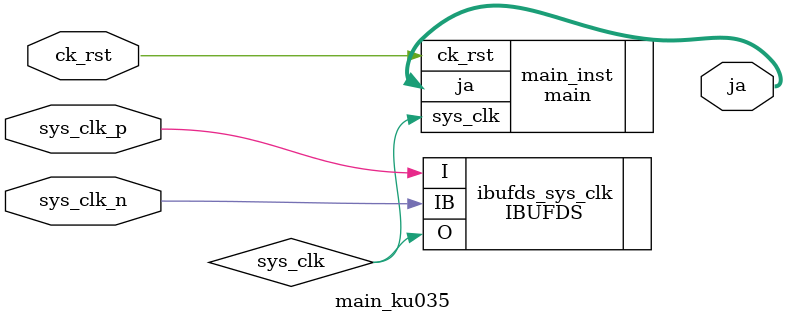
<source format=v>
module main_ku035(
		  input        sys_clk_p,
		  input        sys_clk_n,
		  output [7:0] ja,
		  input        ck_rst
	    );
   
   wire 		 sys_clk;
   IBUFDS ibufds_sys_clk(.I(sys_clk_p),
			 .IB(sys_clk_n),
			 .O(sys_clk));
   
   main main_inst(.sys_clk(sys_clk),
		  .ja(ja),
		  .ck_rst(ck_rst));
   
endmodule

</source>
